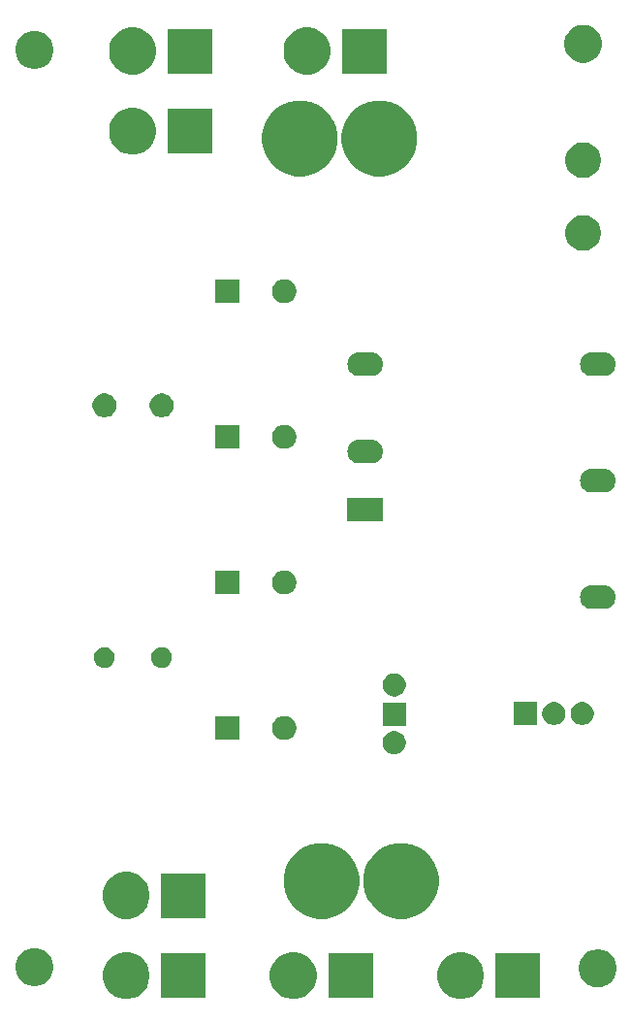
<source format=gbr>
G04 #@! TF.GenerationSoftware,KiCad,Pcbnew,(5.1.0-0)*
G04 #@! TF.CreationDate,2019-04-24T02:20:35-07:00*
G04 #@! TF.ProjectId,power board,706f7765-7220-4626-9f61-72642e6b6963,rev?*
G04 #@! TF.SameCoordinates,Original*
G04 #@! TF.FileFunction,Soldermask,Bot*
G04 #@! TF.FilePolarity,Negative*
%FSLAX46Y46*%
G04 Gerber Fmt 4.6, Leading zero omitted, Abs format (unit mm)*
G04 Created by KiCad (PCBNEW (5.1.0-0)) date 2019-04-24 02:20:35*
%MOMM*%
%LPD*%
G04 APERTURE LIST*
%ADD10C,0.100000*%
G04 APERTURE END LIST*
D10*
G36*
X64813254Y-116772818D02*
G01*
X65186511Y-116927426D01*
X65186513Y-116927427D01*
X65381254Y-117057549D01*
X65522436Y-117151884D01*
X65808116Y-117437564D01*
X66032574Y-117773489D01*
X66187182Y-118146746D01*
X66266000Y-118542993D01*
X66266000Y-118947007D01*
X66187182Y-119343254D01*
X66032574Y-119716511D01*
X66032573Y-119716513D01*
X65808116Y-120052436D01*
X65522436Y-120338116D01*
X65186513Y-120562573D01*
X65186512Y-120562574D01*
X65186511Y-120562574D01*
X64813254Y-120717182D01*
X64417007Y-120796000D01*
X64012993Y-120796000D01*
X63616746Y-120717182D01*
X63243489Y-120562574D01*
X63243488Y-120562574D01*
X63243487Y-120562573D01*
X62907564Y-120338116D01*
X62621884Y-120052436D01*
X62397427Y-119716513D01*
X62397426Y-119716511D01*
X62242818Y-119343254D01*
X62164000Y-118947007D01*
X62164000Y-118542993D01*
X62242818Y-118146746D01*
X62397426Y-117773489D01*
X62621884Y-117437564D01*
X62907564Y-117151884D01*
X63048746Y-117057549D01*
X63243487Y-116927427D01*
X63243489Y-116927426D01*
X63616746Y-116772818D01*
X64012993Y-116694000D01*
X64417007Y-116694000D01*
X64813254Y-116772818D01*
X64813254Y-116772818D01*
G37*
G36*
X50208254Y-116772818D02*
G01*
X50581511Y-116927426D01*
X50581513Y-116927427D01*
X50776254Y-117057549D01*
X50917436Y-117151884D01*
X51203116Y-117437564D01*
X51427574Y-117773489D01*
X51582182Y-118146746D01*
X51661000Y-118542993D01*
X51661000Y-118947007D01*
X51582182Y-119343254D01*
X51427574Y-119716511D01*
X51427573Y-119716513D01*
X51203116Y-120052436D01*
X50917436Y-120338116D01*
X50581513Y-120562573D01*
X50581512Y-120562574D01*
X50581511Y-120562574D01*
X50208254Y-120717182D01*
X49812007Y-120796000D01*
X49407993Y-120796000D01*
X49011746Y-120717182D01*
X48638489Y-120562574D01*
X48638488Y-120562574D01*
X48638487Y-120562573D01*
X48302564Y-120338116D01*
X48016884Y-120052436D01*
X47792427Y-119716513D01*
X47792426Y-119716511D01*
X47637818Y-119343254D01*
X47559000Y-118947007D01*
X47559000Y-118542993D01*
X47637818Y-118146746D01*
X47792426Y-117773489D01*
X48016884Y-117437564D01*
X48302564Y-117151884D01*
X48443746Y-117057549D01*
X48638487Y-116927427D01*
X48638489Y-116927426D01*
X49011746Y-116772818D01*
X49407993Y-116694000D01*
X49812007Y-116694000D01*
X50208254Y-116772818D01*
X50208254Y-116772818D01*
G37*
G36*
X35603254Y-116772818D02*
G01*
X35976511Y-116927426D01*
X35976513Y-116927427D01*
X36171254Y-117057549D01*
X36312436Y-117151884D01*
X36598116Y-117437564D01*
X36822574Y-117773489D01*
X36977182Y-118146746D01*
X37056000Y-118542993D01*
X37056000Y-118947007D01*
X36977182Y-119343254D01*
X36822574Y-119716511D01*
X36822573Y-119716513D01*
X36598116Y-120052436D01*
X36312436Y-120338116D01*
X35976513Y-120562573D01*
X35976512Y-120562574D01*
X35976511Y-120562574D01*
X35603254Y-120717182D01*
X35207007Y-120796000D01*
X34802993Y-120796000D01*
X34406746Y-120717182D01*
X34033489Y-120562574D01*
X34033488Y-120562574D01*
X34033487Y-120562573D01*
X33697564Y-120338116D01*
X33411884Y-120052436D01*
X33187427Y-119716513D01*
X33187426Y-119716511D01*
X33032818Y-119343254D01*
X32954000Y-118947007D01*
X32954000Y-118542993D01*
X33032818Y-118146746D01*
X33187426Y-117773489D01*
X33411884Y-117437564D01*
X33697564Y-117151884D01*
X33838746Y-117057549D01*
X34033487Y-116927427D01*
X34033489Y-116927426D01*
X34406746Y-116772818D01*
X34802993Y-116694000D01*
X35207007Y-116694000D01*
X35603254Y-116772818D01*
X35603254Y-116772818D01*
G37*
G36*
X71166000Y-120696000D02*
G01*
X67264000Y-120696000D01*
X67264000Y-116794000D01*
X71166000Y-116794000D01*
X71166000Y-120696000D01*
X71166000Y-120696000D01*
G37*
G36*
X56561000Y-120696000D02*
G01*
X52659000Y-120696000D01*
X52659000Y-116794000D01*
X56561000Y-116794000D01*
X56561000Y-120696000D01*
X56561000Y-120696000D01*
G37*
G36*
X41956000Y-120696000D02*
G01*
X38054000Y-120696000D01*
X38054000Y-116794000D01*
X41956000Y-116794000D01*
X41956000Y-120696000D01*
X41956000Y-120696000D01*
G37*
G36*
X76575256Y-116501298D02*
G01*
X76681579Y-116522447D01*
X76982042Y-116646903D01*
X77252451Y-116827585D01*
X77482415Y-117057549D01*
X77663097Y-117327958D01*
X77787553Y-117628421D01*
X77851000Y-117947391D01*
X77851000Y-118272609D01*
X77787553Y-118591579D01*
X77663097Y-118892042D01*
X77482415Y-119162451D01*
X77252451Y-119392415D01*
X76982042Y-119573097D01*
X76681579Y-119697553D01*
X76575256Y-119718702D01*
X76362611Y-119761000D01*
X76037389Y-119761000D01*
X75824744Y-119718702D01*
X75718421Y-119697553D01*
X75417958Y-119573097D01*
X75147549Y-119392415D01*
X74917585Y-119162451D01*
X74736903Y-118892042D01*
X74612447Y-118591579D01*
X74549000Y-118272609D01*
X74549000Y-117947391D01*
X74612447Y-117628421D01*
X74736903Y-117327958D01*
X74917585Y-117057549D01*
X75147549Y-116827585D01*
X75417958Y-116646903D01*
X75718421Y-116522447D01*
X75824744Y-116501298D01*
X76037389Y-116459000D01*
X76362611Y-116459000D01*
X76575256Y-116501298D01*
X76575256Y-116501298D01*
G37*
G36*
X27375256Y-116391298D02*
G01*
X27481579Y-116412447D01*
X27782042Y-116536903D01*
X28052451Y-116717585D01*
X28282415Y-116947549D01*
X28463097Y-117217958D01*
X28587553Y-117518421D01*
X28651000Y-117837391D01*
X28651000Y-118162609D01*
X28587553Y-118481579D01*
X28463097Y-118782042D01*
X28282415Y-119052451D01*
X28052451Y-119282415D01*
X27782042Y-119463097D01*
X27481579Y-119587553D01*
X27375256Y-119608702D01*
X27162611Y-119651000D01*
X26837389Y-119651000D01*
X26624744Y-119608702D01*
X26518421Y-119587553D01*
X26217958Y-119463097D01*
X25947549Y-119282415D01*
X25717585Y-119052451D01*
X25536903Y-118782042D01*
X25412447Y-118481579D01*
X25349000Y-118162609D01*
X25349000Y-117837391D01*
X25412447Y-117518421D01*
X25536903Y-117217958D01*
X25717585Y-116947549D01*
X25947549Y-116717585D01*
X26217958Y-116536903D01*
X26518421Y-116412447D01*
X26624744Y-116391298D01*
X26837389Y-116349000D01*
X27162611Y-116349000D01*
X27375256Y-116391298D01*
X27375256Y-116391298D01*
G37*
G36*
X35603254Y-109787818D02*
G01*
X35976511Y-109942426D01*
X35976513Y-109942427D01*
X36309435Y-110164879D01*
X36312436Y-110166884D01*
X36598116Y-110452564D01*
X36822574Y-110788489D01*
X36977182Y-111161746D01*
X37056000Y-111557993D01*
X37056000Y-111962007D01*
X36977182Y-112358254D01*
X36879423Y-112594265D01*
X36822573Y-112731513D01*
X36598116Y-113067436D01*
X36312436Y-113353116D01*
X35976513Y-113577573D01*
X35976512Y-113577574D01*
X35976511Y-113577574D01*
X35603254Y-113732182D01*
X35207007Y-113811000D01*
X34802993Y-113811000D01*
X34406746Y-113732182D01*
X34033489Y-113577574D01*
X34033488Y-113577574D01*
X34033487Y-113577573D01*
X33697564Y-113353116D01*
X33411884Y-113067436D01*
X33187427Y-112731513D01*
X33130577Y-112594265D01*
X33032818Y-112358254D01*
X32954000Y-111962007D01*
X32954000Y-111557993D01*
X33032818Y-111161746D01*
X33187426Y-110788489D01*
X33411884Y-110452564D01*
X33697564Y-110166884D01*
X33700565Y-110164879D01*
X34033487Y-109942427D01*
X34033489Y-109942426D01*
X34406746Y-109787818D01*
X34802993Y-109709000D01*
X35207007Y-109709000D01*
X35603254Y-109787818D01*
X35603254Y-109787818D01*
G37*
G36*
X59982865Y-107315855D02*
G01*
X60583608Y-107564691D01*
X60583610Y-107564692D01*
X61124265Y-107925946D01*
X61584054Y-108385735D01*
X61945308Y-108926390D01*
X61945309Y-108926392D01*
X62194145Y-109527135D01*
X62321000Y-110164879D01*
X62321000Y-110815121D01*
X62194145Y-111452865D01*
X62150599Y-111557994D01*
X61945308Y-112053610D01*
X61584054Y-112594265D01*
X61124265Y-113054054D01*
X60583610Y-113415308D01*
X60583609Y-113415309D01*
X60583608Y-113415309D01*
X59982865Y-113664145D01*
X59345121Y-113791000D01*
X58694879Y-113791000D01*
X58057135Y-113664145D01*
X57456392Y-113415309D01*
X57456391Y-113415309D01*
X57456390Y-113415308D01*
X56915735Y-113054054D01*
X56455946Y-112594265D01*
X56094692Y-112053610D01*
X55889401Y-111557994D01*
X55845855Y-111452865D01*
X55719000Y-110815121D01*
X55719000Y-110164879D01*
X55845855Y-109527135D01*
X56094691Y-108926392D01*
X56094692Y-108926390D01*
X56455946Y-108385735D01*
X56915735Y-107925946D01*
X57456390Y-107564692D01*
X57456392Y-107564691D01*
X58057135Y-107315855D01*
X58694879Y-107189000D01*
X59345121Y-107189000D01*
X59982865Y-107315855D01*
X59982865Y-107315855D01*
G37*
G36*
X53032865Y-107315855D02*
G01*
X53633608Y-107564691D01*
X53633610Y-107564692D01*
X54174265Y-107925946D01*
X54634054Y-108385735D01*
X54995308Y-108926390D01*
X54995309Y-108926392D01*
X55244145Y-109527135D01*
X55371000Y-110164879D01*
X55371000Y-110815121D01*
X55244145Y-111452865D01*
X55200599Y-111557994D01*
X54995308Y-112053610D01*
X54634054Y-112594265D01*
X54174265Y-113054054D01*
X53633610Y-113415308D01*
X53633609Y-113415309D01*
X53633608Y-113415309D01*
X53032865Y-113664145D01*
X52395121Y-113791000D01*
X51744879Y-113791000D01*
X51107135Y-113664145D01*
X50506392Y-113415309D01*
X50506391Y-113415309D01*
X50506390Y-113415308D01*
X49965735Y-113054054D01*
X49505946Y-112594265D01*
X49144692Y-112053610D01*
X48939401Y-111557994D01*
X48895855Y-111452865D01*
X48769000Y-110815121D01*
X48769000Y-110164879D01*
X48895855Y-109527135D01*
X49144691Y-108926392D01*
X49144692Y-108926390D01*
X49505946Y-108385735D01*
X49965735Y-107925946D01*
X50506390Y-107564692D01*
X50506392Y-107564691D01*
X51107135Y-107315855D01*
X51744879Y-107189000D01*
X52395121Y-107189000D01*
X53032865Y-107315855D01*
X53032865Y-107315855D01*
G37*
G36*
X41956000Y-113711000D02*
G01*
X38054000Y-113711000D01*
X38054000Y-109809000D01*
X41956000Y-109809000D01*
X41956000Y-113711000D01*
X41956000Y-113711000D01*
G37*
G36*
X58648653Y-97444773D02*
G01*
X58713439Y-97457660D01*
X58896520Y-97533494D01*
X59061288Y-97643588D01*
X59201412Y-97783712D01*
X59311506Y-97948480D01*
X59387340Y-98131561D01*
X59426000Y-98325918D01*
X59426000Y-98524082D01*
X59387340Y-98718439D01*
X59311506Y-98901520D01*
X59201412Y-99066288D01*
X59061288Y-99206412D01*
X58896520Y-99316506D01*
X58713439Y-99392340D01*
X58648653Y-99405227D01*
X58519084Y-99431000D01*
X58320916Y-99431000D01*
X58191347Y-99405227D01*
X58126561Y-99392340D01*
X57943480Y-99316506D01*
X57778712Y-99206412D01*
X57638588Y-99066288D01*
X57528494Y-98901520D01*
X57452660Y-98718439D01*
X57414000Y-98524082D01*
X57414000Y-98325918D01*
X57452660Y-98131561D01*
X57528494Y-97948480D01*
X57638588Y-97783712D01*
X57778712Y-97643588D01*
X57943480Y-97533494D01*
X58126561Y-97457660D01*
X58191347Y-97444773D01*
X58320916Y-97419000D01*
X58519084Y-97419000D01*
X58648653Y-97444773D01*
X58648653Y-97444773D01*
G37*
G36*
X44866000Y-98206000D02*
G01*
X42764000Y-98206000D01*
X42764000Y-96104000D01*
X44866000Y-96104000D01*
X44866000Y-98206000D01*
X44866000Y-98206000D01*
G37*
G36*
X49121564Y-96144389D02*
G01*
X49312833Y-96223615D01*
X49312835Y-96223616D01*
X49484973Y-96338635D01*
X49631365Y-96485027D01*
X49746385Y-96657167D01*
X49825611Y-96848436D01*
X49866000Y-97051484D01*
X49866000Y-97258516D01*
X49825611Y-97461564D01*
X49750214Y-97643588D01*
X49746384Y-97652835D01*
X49631365Y-97824973D01*
X49484973Y-97971365D01*
X49312835Y-98086384D01*
X49312834Y-98086385D01*
X49312833Y-98086385D01*
X49121564Y-98165611D01*
X48918516Y-98206000D01*
X48711484Y-98206000D01*
X48508436Y-98165611D01*
X48317167Y-98086385D01*
X48317166Y-98086385D01*
X48317165Y-98086384D01*
X48145027Y-97971365D01*
X47998635Y-97824973D01*
X47883616Y-97652835D01*
X47879786Y-97643588D01*
X47804389Y-97461564D01*
X47764000Y-97258516D01*
X47764000Y-97051484D01*
X47804389Y-96848436D01*
X47883615Y-96657167D01*
X47998635Y-96485027D01*
X48145027Y-96338635D01*
X48317165Y-96223616D01*
X48317167Y-96223615D01*
X48508436Y-96144389D01*
X48711484Y-96104000D01*
X48918516Y-96104000D01*
X49121564Y-96144389D01*
X49121564Y-96144389D01*
G37*
G36*
X59451400Y-96941800D02*
G01*
X57439400Y-96941800D01*
X57439400Y-94929800D01*
X59451400Y-94929800D01*
X59451400Y-96941800D01*
X59451400Y-96941800D01*
G37*
G36*
X75045285Y-94903234D02*
G01*
X75141981Y-94922468D01*
X75324151Y-94997926D01*
X75488100Y-95107473D01*
X75627527Y-95246900D01*
X75737074Y-95410849D01*
X75812532Y-95593019D01*
X75851000Y-95786410D01*
X75851000Y-95983590D01*
X75812532Y-96176981D01*
X75737074Y-96359151D01*
X75627527Y-96523100D01*
X75488100Y-96662527D01*
X75324151Y-96772074D01*
X75141981Y-96847532D01*
X74948591Y-96886000D01*
X74751409Y-96886000D01*
X74558019Y-96847532D01*
X74375849Y-96772074D01*
X74211900Y-96662527D01*
X74072473Y-96523100D01*
X73962926Y-96359151D01*
X73887468Y-96176981D01*
X73849000Y-95983590D01*
X73849000Y-95786410D01*
X73887468Y-95593019D01*
X73962926Y-95410849D01*
X74072473Y-95246900D01*
X74211900Y-95107473D01*
X74375849Y-94997926D01*
X74558019Y-94922468D01*
X74654715Y-94903234D01*
X74751409Y-94884000D01*
X74948591Y-94884000D01*
X75045285Y-94903234D01*
X75045285Y-94903234D01*
G37*
G36*
X72545285Y-94903234D02*
G01*
X72641981Y-94922468D01*
X72824151Y-94997926D01*
X72988100Y-95107473D01*
X73127527Y-95246900D01*
X73237074Y-95410849D01*
X73312532Y-95593019D01*
X73351000Y-95786410D01*
X73351000Y-95983590D01*
X73312532Y-96176981D01*
X73237074Y-96359151D01*
X73127527Y-96523100D01*
X72988100Y-96662527D01*
X72824151Y-96772074D01*
X72641981Y-96847532D01*
X72448591Y-96886000D01*
X72251409Y-96886000D01*
X72058019Y-96847532D01*
X71875849Y-96772074D01*
X71711900Y-96662527D01*
X71572473Y-96523100D01*
X71462926Y-96359151D01*
X71387468Y-96176981D01*
X71349000Y-95983590D01*
X71349000Y-95786410D01*
X71387468Y-95593019D01*
X71462926Y-95410849D01*
X71572473Y-95246900D01*
X71711900Y-95107473D01*
X71875849Y-94997926D01*
X72058019Y-94922468D01*
X72154715Y-94903234D01*
X72251409Y-94884000D01*
X72448591Y-94884000D01*
X72545285Y-94903234D01*
X72545285Y-94903234D01*
G37*
G36*
X70851000Y-96886000D02*
G01*
X68849000Y-96886000D01*
X68849000Y-94884000D01*
X70851000Y-94884000D01*
X70851000Y-96886000D01*
X70851000Y-96886000D01*
G37*
G36*
X58648653Y-92415573D02*
G01*
X58713439Y-92428460D01*
X58896520Y-92504294D01*
X59061288Y-92614388D01*
X59201412Y-92754512D01*
X59311506Y-92919280D01*
X59387340Y-93102361D01*
X59426000Y-93296718D01*
X59426000Y-93494882D01*
X59387340Y-93689239D01*
X59311506Y-93872320D01*
X59201412Y-94037088D01*
X59061288Y-94177212D01*
X58896520Y-94287306D01*
X58713439Y-94363140D01*
X58648653Y-94376027D01*
X58519084Y-94401800D01*
X58320916Y-94401800D01*
X58191347Y-94376027D01*
X58126561Y-94363140D01*
X57943480Y-94287306D01*
X57778712Y-94177212D01*
X57638588Y-94037088D01*
X57528494Y-93872320D01*
X57452660Y-93689239D01*
X57414000Y-93494882D01*
X57414000Y-93296718D01*
X57452660Y-93102361D01*
X57528494Y-92919280D01*
X57638588Y-92754512D01*
X57778712Y-92614388D01*
X57943480Y-92504294D01*
X58126561Y-92428460D01*
X58191347Y-92415573D01*
X58320916Y-92389800D01*
X58519084Y-92389800D01*
X58648653Y-92415573D01*
X58648653Y-92415573D01*
G37*
G36*
X38213512Y-90103927D02*
G01*
X38362812Y-90133624D01*
X38526784Y-90201544D01*
X38674354Y-90300147D01*
X38799853Y-90425646D01*
X38898456Y-90573216D01*
X38966376Y-90737188D01*
X39001000Y-90911259D01*
X39001000Y-91088741D01*
X38966376Y-91262812D01*
X38898456Y-91426784D01*
X38799853Y-91574354D01*
X38674354Y-91699853D01*
X38526784Y-91798456D01*
X38362812Y-91866376D01*
X38213512Y-91896073D01*
X38188742Y-91901000D01*
X38011258Y-91901000D01*
X37986488Y-91896073D01*
X37837188Y-91866376D01*
X37673216Y-91798456D01*
X37525646Y-91699853D01*
X37400147Y-91574354D01*
X37301544Y-91426784D01*
X37233624Y-91262812D01*
X37199000Y-91088741D01*
X37199000Y-90911259D01*
X37233624Y-90737188D01*
X37301544Y-90573216D01*
X37400147Y-90425646D01*
X37525646Y-90300147D01*
X37673216Y-90201544D01*
X37837188Y-90133624D01*
X37986488Y-90103927D01*
X38011258Y-90099000D01*
X38188742Y-90099000D01*
X38213512Y-90103927D01*
X38213512Y-90103927D01*
G37*
G36*
X33213512Y-90103927D02*
G01*
X33362812Y-90133624D01*
X33526784Y-90201544D01*
X33674354Y-90300147D01*
X33799853Y-90425646D01*
X33898456Y-90573216D01*
X33966376Y-90737188D01*
X34001000Y-90911259D01*
X34001000Y-91088741D01*
X33966376Y-91262812D01*
X33898456Y-91426784D01*
X33799853Y-91574354D01*
X33674354Y-91699853D01*
X33526784Y-91798456D01*
X33362812Y-91866376D01*
X33213512Y-91896073D01*
X33188742Y-91901000D01*
X33011258Y-91901000D01*
X32986488Y-91896073D01*
X32837188Y-91866376D01*
X32673216Y-91798456D01*
X32525646Y-91699853D01*
X32400147Y-91574354D01*
X32301544Y-91426784D01*
X32233624Y-91262812D01*
X32199000Y-91088741D01*
X32199000Y-90911259D01*
X32233624Y-90737188D01*
X32301544Y-90573216D01*
X32400147Y-90425646D01*
X32525646Y-90300147D01*
X32673216Y-90201544D01*
X32837188Y-90133624D01*
X32986488Y-90103927D01*
X33011258Y-90099000D01*
X33188742Y-90099000D01*
X33213512Y-90103927D01*
X33213512Y-90103927D01*
G37*
G36*
X76803097Y-84679069D02*
G01*
X76906032Y-84689207D01*
X77104146Y-84749305D01*
X77104149Y-84749306D01*
X77200975Y-84801061D01*
X77286729Y-84846897D01*
X77446765Y-84978235D01*
X77578103Y-85138271D01*
X77623939Y-85224025D01*
X77675694Y-85320851D01*
X77675695Y-85320854D01*
X77735793Y-85518968D01*
X77756085Y-85725000D01*
X77735793Y-85931032D01*
X77675695Y-86129146D01*
X77675694Y-86129149D01*
X77623939Y-86225975D01*
X77578103Y-86311729D01*
X77446765Y-86471765D01*
X77286729Y-86603103D01*
X77200975Y-86648939D01*
X77104149Y-86700694D01*
X77104146Y-86700695D01*
X76906032Y-86760793D01*
X76803097Y-86770931D01*
X76751631Y-86776000D01*
X75648369Y-86776000D01*
X75596903Y-86770931D01*
X75493968Y-86760793D01*
X75295854Y-86700695D01*
X75295851Y-86700694D01*
X75199025Y-86648939D01*
X75113271Y-86603103D01*
X74953235Y-86471765D01*
X74821897Y-86311729D01*
X74776061Y-86225975D01*
X74724306Y-86129149D01*
X74724305Y-86129146D01*
X74664207Y-85931032D01*
X74643915Y-85725000D01*
X74664207Y-85518968D01*
X74724305Y-85320854D01*
X74724306Y-85320851D01*
X74776061Y-85224025D01*
X74821897Y-85138271D01*
X74953235Y-84978235D01*
X75113271Y-84846897D01*
X75199025Y-84801061D01*
X75295851Y-84749306D01*
X75295854Y-84749305D01*
X75493968Y-84689207D01*
X75596903Y-84679069D01*
X75648369Y-84674000D01*
X76751631Y-84674000D01*
X76803097Y-84679069D01*
X76803097Y-84679069D01*
G37*
G36*
X44866000Y-85506000D02*
G01*
X42764000Y-85506000D01*
X42764000Y-83404000D01*
X44866000Y-83404000D01*
X44866000Y-85506000D01*
X44866000Y-85506000D01*
G37*
G36*
X49121564Y-83444389D02*
G01*
X49312833Y-83523615D01*
X49312835Y-83523616D01*
X49484973Y-83638635D01*
X49631365Y-83785027D01*
X49746385Y-83957167D01*
X49825611Y-84148436D01*
X49866000Y-84351484D01*
X49866000Y-84558516D01*
X49825611Y-84761564D01*
X49790265Y-84846897D01*
X49746384Y-84952835D01*
X49631365Y-85124973D01*
X49484973Y-85271365D01*
X49312835Y-85386384D01*
X49312834Y-85386385D01*
X49312833Y-85386385D01*
X49121564Y-85465611D01*
X48918516Y-85506000D01*
X48711484Y-85506000D01*
X48508436Y-85465611D01*
X48317167Y-85386385D01*
X48317166Y-85386385D01*
X48317165Y-85386384D01*
X48145027Y-85271365D01*
X47998635Y-85124973D01*
X47883616Y-84952835D01*
X47839735Y-84846897D01*
X47804389Y-84761564D01*
X47764000Y-84558516D01*
X47764000Y-84351484D01*
X47804389Y-84148436D01*
X47883615Y-83957167D01*
X47998635Y-83785027D01*
X48145027Y-83638635D01*
X48317165Y-83523616D01*
X48317167Y-83523615D01*
X48508436Y-83444389D01*
X48711484Y-83404000D01*
X48918516Y-83404000D01*
X49121564Y-83444389D01*
X49121564Y-83444389D01*
G37*
G36*
X57431000Y-79156000D02*
G01*
X54329000Y-79156000D01*
X54329000Y-77054000D01*
X57431000Y-77054000D01*
X57431000Y-79156000D01*
X57431000Y-79156000D01*
G37*
G36*
X76803097Y-74519069D02*
G01*
X76906032Y-74529207D01*
X77104146Y-74589305D01*
X77104149Y-74589306D01*
X77200975Y-74641061D01*
X77286729Y-74686897D01*
X77446765Y-74818235D01*
X77578103Y-74978271D01*
X77623939Y-75064025D01*
X77675694Y-75160851D01*
X77675695Y-75160854D01*
X77735793Y-75358968D01*
X77756085Y-75565000D01*
X77735793Y-75771032D01*
X77675695Y-75969146D01*
X77675694Y-75969149D01*
X77623939Y-76065975D01*
X77578103Y-76151729D01*
X77446765Y-76311765D01*
X77286729Y-76443103D01*
X77200975Y-76488939D01*
X77104149Y-76540694D01*
X77104146Y-76540695D01*
X76906032Y-76600793D01*
X76803097Y-76610931D01*
X76751631Y-76616000D01*
X75648369Y-76616000D01*
X75596903Y-76610931D01*
X75493968Y-76600793D01*
X75295854Y-76540695D01*
X75295851Y-76540694D01*
X75199025Y-76488939D01*
X75113271Y-76443103D01*
X74953235Y-76311765D01*
X74821897Y-76151729D01*
X74776061Y-76065975D01*
X74724306Y-75969149D01*
X74724305Y-75969146D01*
X74664207Y-75771032D01*
X74643915Y-75565000D01*
X74664207Y-75358968D01*
X74724305Y-75160854D01*
X74724306Y-75160851D01*
X74776061Y-75064025D01*
X74821897Y-74978271D01*
X74953235Y-74818235D01*
X75113271Y-74686897D01*
X75199025Y-74641061D01*
X75295851Y-74589306D01*
X75295854Y-74589305D01*
X75493968Y-74529207D01*
X75596903Y-74519069D01*
X75648369Y-74514000D01*
X76751631Y-74514000D01*
X76803097Y-74519069D01*
X76803097Y-74519069D01*
G37*
G36*
X56483097Y-71979069D02*
G01*
X56586032Y-71989207D01*
X56784146Y-72049305D01*
X56784149Y-72049306D01*
X56880975Y-72101061D01*
X56966729Y-72146897D01*
X57126765Y-72278235D01*
X57258103Y-72438271D01*
X57303939Y-72524025D01*
X57355694Y-72620851D01*
X57355695Y-72620854D01*
X57415793Y-72818968D01*
X57436085Y-73025000D01*
X57415793Y-73231032D01*
X57355695Y-73429146D01*
X57355694Y-73429149D01*
X57303939Y-73525975D01*
X57258103Y-73611729D01*
X57126765Y-73771765D01*
X56966729Y-73903103D01*
X56880975Y-73948939D01*
X56784149Y-74000694D01*
X56784146Y-74000695D01*
X56586032Y-74060793D01*
X56483097Y-74070931D01*
X56431631Y-74076000D01*
X55328369Y-74076000D01*
X55276903Y-74070931D01*
X55173968Y-74060793D01*
X54975854Y-74000695D01*
X54975851Y-74000694D01*
X54879025Y-73948939D01*
X54793271Y-73903103D01*
X54633235Y-73771765D01*
X54501897Y-73611729D01*
X54456061Y-73525975D01*
X54404306Y-73429149D01*
X54404305Y-73429146D01*
X54344207Y-73231032D01*
X54323915Y-73025000D01*
X54344207Y-72818968D01*
X54404305Y-72620854D01*
X54404306Y-72620851D01*
X54456061Y-72524025D01*
X54501897Y-72438271D01*
X54633235Y-72278235D01*
X54793271Y-72146897D01*
X54879025Y-72101061D01*
X54975851Y-72049306D01*
X54975854Y-72049305D01*
X55173968Y-71989207D01*
X55276903Y-71979069D01*
X55328369Y-71974000D01*
X56431631Y-71974000D01*
X56483097Y-71979069D01*
X56483097Y-71979069D01*
G37*
G36*
X44866000Y-72806000D02*
G01*
X42764000Y-72806000D01*
X42764000Y-70704000D01*
X44866000Y-70704000D01*
X44866000Y-72806000D01*
X44866000Y-72806000D01*
G37*
G36*
X49121564Y-70744389D02*
G01*
X49312833Y-70823615D01*
X49312835Y-70823616D01*
X49484973Y-70938635D01*
X49631365Y-71085027D01*
X49746385Y-71257167D01*
X49825611Y-71448436D01*
X49866000Y-71651484D01*
X49866000Y-71858516D01*
X49825611Y-72061564D01*
X49790265Y-72146897D01*
X49746384Y-72252835D01*
X49631365Y-72424973D01*
X49484973Y-72571365D01*
X49312835Y-72686384D01*
X49312834Y-72686385D01*
X49312833Y-72686385D01*
X49121564Y-72765611D01*
X48918516Y-72806000D01*
X48711484Y-72806000D01*
X48508436Y-72765611D01*
X48317167Y-72686385D01*
X48317166Y-72686385D01*
X48317165Y-72686384D01*
X48145027Y-72571365D01*
X47998635Y-72424973D01*
X47883616Y-72252835D01*
X47839735Y-72146897D01*
X47804389Y-72061564D01*
X47764000Y-71858516D01*
X47764000Y-71651484D01*
X47804389Y-71448436D01*
X47883615Y-71257167D01*
X47998635Y-71085027D01*
X48145027Y-70938635D01*
X48317165Y-70823616D01*
X48317167Y-70823615D01*
X48508436Y-70744389D01*
X48711484Y-70704000D01*
X48918516Y-70704000D01*
X49121564Y-70744389D01*
X49121564Y-70744389D01*
G37*
G36*
X33406564Y-67989389D02*
G01*
X33597833Y-68068615D01*
X33597835Y-68068616D01*
X33769973Y-68183635D01*
X33916365Y-68330027D01*
X34031385Y-68502167D01*
X34110611Y-68693436D01*
X34151000Y-68896484D01*
X34151000Y-69103516D01*
X34110611Y-69306564D01*
X34031385Y-69497833D01*
X34031384Y-69497835D01*
X33916365Y-69669973D01*
X33769973Y-69816365D01*
X33597835Y-69931384D01*
X33597834Y-69931385D01*
X33597833Y-69931385D01*
X33406564Y-70010611D01*
X33203516Y-70051000D01*
X32996484Y-70051000D01*
X32793436Y-70010611D01*
X32602167Y-69931385D01*
X32602166Y-69931385D01*
X32602165Y-69931384D01*
X32430027Y-69816365D01*
X32283635Y-69669973D01*
X32168616Y-69497835D01*
X32168615Y-69497833D01*
X32089389Y-69306564D01*
X32049000Y-69103516D01*
X32049000Y-68896484D01*
X32089389Y-68693436D01*
X32168615Y-68502167D01*
X32283635Y-68330027D01*
X32430027Y-68183635D01*
X32602165Y-68068616D01*
X32602167Y-68068615D01*
X32793436Y-67989389D01*
X32996484Y-67949000D01*
X33203516Y-67949000D01*
X33406564Y-67989389D01*
X33406564Y-67989389D01*
G37*
G36*
X38406564Y-67989389D02*
G01*
X38597833Y-68068615D01*
X38597835Y-68068616D01*
X38769973Y-68183635D01*
X38916365Y-68330027D01*
X39031385Y-68502167D01*
X39110611Y-68693436D01*
X39151000Y-68896484D01*
X39151000Y-69103516D01*
X39110611Y-69306564D01*
X39031385Y-69497833D01*
X39031384Y-69497835D01*
X38916365Y-69669973D01*
X38769973Y-69816365D01*
X38597835Y-69931384D01*
X38597834Y-69931385D01*
X38597833Y-69931385D01*
X38406564Y-70010611D01*
X38203516Y-70051000D01*
X37996484Y-70051000D01*
X37793436Y-70010611D01*
X37602167Y-69931385D01*
X37602166Y-69931385D01*
X37602165Y-69931384D01*
X37430027Y-69816365D01*
X37283635Y-69669973D01*
X37168616Y-69497835D01*
X37168615Y-69497833D01*
X37089389Y-69306564D01*
X37049000Y-69103516D01*
X37049000Y-68896484D01*
X37089389Y-68693436D01*
X37168615Y-68502167D01*
X37283635Y-68330027D01*
X37430027Y-68183635D01*
X37602165Y-68068616D01*
X37602167Y-68068615D01*
X37793436Y-67989389D01*
X37996484Y-67949000D01*
X38203516Y-67949000D01*
X38406564Y-67989389D01*
X38406564Y-67989389D01*
G37*
G36*
X56483097Y-64359069D02*
G01*
X56586032Y-64369207D01*
X56784146Y-64429305D01*
X56784149Y-64429306D01*
X56880975Y-64481061D01*
X56966729Y-64526897D01*
X57126765Y-64658235D01*
X57258103Y-64818271D01*
X57303939Y-64904025D01*
X57355694Y-65000851D01*
X57355695Y-65000854D01*
X57415793Y-65198968D01*
X57436085Y-65405000D01*
X57415793Y-65611032D01*
X57355695Y-65809146D01*
X57355694Y-65809149D01*
X57303939Y-65905975D01*
X57258103Y-65991729D01*
X57126765Y-66151765D01*
X56966729Y-66283103D01*
X56880975Y-66328939D01*
X56784149Y-66380694D01*
X56784146Y-66380695D01*
X56586032Y-66440793D01*
X56483097Y-66450931D01*
X56431631Y-66456000D01*
X55328369Y-66456000D01*
X55276903Y-66450931D01*
X55173968Y-66440793D01*
X54975854Y-66380695D01*
X54975851Y-66380694D01*
X54879025Y-66328939D01*
X54793271Y-66283103D01*
X54633235Y-66151765D01*
X54501897Y-65991729D01*
X54456061Y-65905975D01*
X54404306Y-65809149D01*
X54404305Y-65809146D01*
X54344207Y-65611032D01*
X54323915Y-65405000D01*
X54344207Y-65198968D01*
X54404305Y-65000854D01*
X54404306Y-65000851D01*
X54456061Y-64904025D01*
X54501897Y-64818271D01*
X54633235Y-64658235D01*
X54793271Y-64526897D01*
X54879025Y-64481061D01*
X54975851Y-64429306D01*
X54975854Y-64429305D01*
X55173968Y-64369207D01*
X55276903Y-64359069D01*
X55328369Y-64354000D01*
X56431631Y-64354000D01*
X56483097Y-64359069D01*
X56483097Y-64359069D01*
G37*
G36*
X76803097Y-64359069D02*
G01*
X76906032Y-64369207D01*
X77104146Y-64429305D01*
X77104149Y-64429306D01*
X77200975Y-64481061D01*
X77286729Y-64526897D01*
X77446765Y-64658235D01*
X77578103Y-64818271D01*
X77623939Y-64904025D01*
X77675694Y-65000851D01*
X77675695Y-65000854D01*
X77735793Y-65198968D01*
X77756085Y-65405000D01*
X77735793Y-65611032D01*
X77675695Y-65809146D01*
X77675694Y-65809149D01*
X77623939Y-65905975D01*
X77578103Y-65991729D01*
X77446765Y-66151765D01*
X77286729Y-66283103D01*
X77200975Y-66328939D01*
X77104149Y-66380694D01*
X77104146Y-66380695D01*
X76906032Y-66440793D01*
X76803097Y-66450931D01*
X76751631Y-66456000D01*
X75648369Y-66456000D01*
X75596903Y-66450931D01*
X75493968Y-66440793D01*
X75295854Y-66380695D01*
X75295851Y-66380694D01*
X75199025Y-66328939D01*
X75113271Y-66283103D01*
X74953235Y-66151765D01*
X74821897Y-65991729D01*
X74776061Y-65905975D01*
X74724306Y-65809149D01*
X74724305Y-65809146D01*
X74664207Y-65611032D01*
X74643915Y-65405000D01*
X74664207Y-65198968D01*
X74724305Y-65000854D01*
X74724306Y-65000851D01*
X74776061Y-64904025D01*
X74821897Y-64818271D01*
X74953235Y-64658235D01*
X75113271Y-64526897D01*
X75199025Y-64481061D01*
X75295851Y-64429306D01*
X75295854Y-64429305D01*
X75493968Y-64369207D01*
X75596903Y-64359069D01*
X75648369Y-64354000D01*
X76751631Y-64354000D01*
X76803097Y-64359069D01*
X76803097Y-64359069D01*
G37*
G36*
X44866000Y-60106000D02*
G01*
X42764000Y-60106000D01*
X42764000Y-58004000D01*
X44866000Y-58004000D01*
X44866000Y-60106000D01*
X44866000Y-60106000D01*
G37*
G36*
X49121564Y-58044389D02*
G01*
X49312833Y-58123615D01*
X49312835Y-58123616D01*
X49484973Y-58238635D01*
X49631365Y-58385027D01*
X49746385Y-58557167D01*
X49825611Y-58748436D01*
X49866000Y-58951484D01*
X49866000Y-59158516D01*
X49825611Y-59361564D01*
X49746385Y-59552833D01*
X49746384Y-59552835D01*
X49631365Y-59724973D01*
X49484973Y-59871365D01*
X49312835Y-59986384D01*
X49312834Y-59986385D01*
X49312833Y-59986385D01*
X49121564Y-60065611D01*
X48918516Y-60106000D01*
X48711484Y-60106000D01*
X48508436Y-60065611D01*
X48317167Y-59986385D01*
X48317166Y-59986385D01*
X48317165Y-59986384D01*
X48145027Y-59871365D01*
X47998635Y-59724973D01*
X47883616Y-59552835D01*
X47883615Y-59552833D01*
X47804389Y-59361564D01*
X47764000Y-59158516D01*
X47764000Y-58951484D01*
X47804389Y-58748436D01*
X47883615Y-58557167D01*
X47998635Y-58385027D01*
X48145027Y-58238635D01*
X48317165Y-58123616D01*
X48317167Y-58123615D01*
X48508436Y-58044389D01*
X48711484Y-58004000D01*
X48918516Y-58004000D01*
X49121564Y-58044389D01*
X49121564Y-58044389D01*
G37*
G36*
X75232585Y-52453802D02*
G01*
X75382410Y-52483604D01*
X75664674Y-52600521D01*
X75918705Y-52770259D01*
X76134741Y-52986295D01*
X76304479Y-53240326D01*
X76421396Y-53522590D01*
X76481000Y-53822240D01*
X76481000Y-54127760D01*
X76421396Y-54427410D01*
X76304479Y-54709674D01*
X76134741Y-54963705D01*
X75918705Y-55179741D01*
X75664674Y-55349479D01*
X75382410Y-55466396D01*
X75232585Y-55496198D01*
X75082761Y-55526000D01*
X74777239Y-55526000D01*
X74627415Y-55496198D01*
X74477590Y-55466396D01*
X74195326Y-55349479D01*
X73941295Y-55179741D01*
X73725259Y-54963705D01*
X73555521Y-54709674D01*
X73438604Y-54427410D01*
X73379000Y-54127760D01*
X73379000Y-53822240D01*
X73438604Y-53522590D01*
X73555521Y-53240326D01*
X73725259Y-52986295D01*
X73941295Y-52770259D01*
X74195326Y-52600521D01*
X74477590Y-52483604D01*
X74627415Y-52453802D01*
X74777239Y-52424000D01*
X75082761Y-52424000D01*
X75232585Y-52453802D01*
X75232585Y-52453802D01*
G37*
G36*
X75232585Y-46103802D02*
G01*
X75382410Y-46133604D01*
X75664674Y-46250521D01*
X75918705Y-46420259D01*
X76134741Y-46636295D01*
X76304479Y-46890326D01*
X76421396Y-47172590D01*
X76481000Y-47472240D01*
X76481000Y-47777760D01*
X76421396Y-48077410D01*
X76304479Y-48359674D01*
X76134741Y-48613705D01*
X75918705Y-48829741D01*
X75664674Y-48999479D01*
X75382410Y-49116396D01*
X75232585Y-49146198D01*
X75082761Y-49176000D01*
X74777239Y-49176000D01*
X74627415Y-49146198D01*
X74477590Y-49116396D01*
X74195326Y-48999479D01*
X73941295Y-48829741D01*
X73725259Y-48613705D01*
X73555521Y-48359674D01*
X73438604Y-48077410D01*
X73379000Y-47777760D01*
X73379000Y-47472240D01*
X73438604Y-47172590D01*
X73555521Y-46890326D01*
X73725259Y-46636295D01*
X73941295Y-46420259D01*
X74195326Y-46250521D01*
X74477590Y-46133604D01*
X74627415Y-46103802D01*
X74777239Y-46074000D01*
X75082761Y-46074000D01*
X75232585Y-46103802D01*
X75232585Y-46103802D01*
G37*
G36*
X51127865Y-42545855D02*
G01*
X51728608Y-42794691D01*
X51728610Y-42794692D01*
X52269265Y-43155946D01*
X52729054Y-43615735D01*
X53061641Y-44113487D01*
X53090309Y-44156392D01*
X53339145Y-44757135D01*
X53466000Y-45394879D01*
X53466000Y-46045121D01*
X53339145Y-46682865D01*
X53151450Y-47136000D01*
X53090308Y-47283610D01*
X52729054Y-47824265D01*
X52269265Y-48284054D01*
X51728610Y-48645308D01*
X51728609Y-48645309D01*
X51728608Y-48645309D01*
X51127865Y-48894145D01*
X50490121Y-49021000D01*
X49839879Y-49021000D01*
X49202135Y-48894145D01*
X48601392Y-48645309D01*
X48601391Y-48645309D01*
X48601390Y-48645308D01*
X48060735Y-48284054D01*
X47600946Y-47824265D01*
X47239692Y-47283610D01*
X47178550Y-47136000D01*
X46990855Y-46682865D01*
X46864000Y-46045121D01*
X46864000Y-45394879D01*
X46990855Y-44757135D01*
X47239691Y-44156392D01*
X47268359Y-44113487D01*
X47600946Y-43615735D01*
X48060735Y-43155946D01*
X48601390Y-42794692D01*
X48601392Y-42794691D01*
X49202135Y-42545855D01*
X49839879Y-42419000D01*
X50490121Y-42419000D01*
X51127865Y-42545855D01*
X51127865Y-42545855D01*
G37*
G36*
X58077865Y-42545855D02*
G01*
X58678608Y-42794691D01*
X58678610Y-42794692D01*
X59219265Y-43155946D01*
X59679054Y-43615735D01*
X60011641Y-44113487D01*
X60040309Y-44156392D01*
X60289145Y-44757135D01*
X60416000Y-45394879D01*
X60416000Y-46045121D01*
X60289145Y-46682865D01*
X60101450Y-47136000D01*
X60040308Y-47283610D01*
X59679054Y-47824265D01*
X59219265Y-48284054D01*
X58678610Y-48645308D01*
X58678609Y-48645309D01*
X58678608Y-48645309D01*
X58077865Y-48894145D01*
X57440121Y-49021000D01*
X56789879Y-49021000D01*
X56152135Y-48894145D01*
X55551392Y-48645309D01*
X55551391Y-48645309D01*
X55551390Y-48645308D01*
X55010735Y-48284054D01*
X54550946Y-47824265D01*
X54189692Y-47283610D01*
X54128550Y-47136000D01*
X53940855Y-46682865D01*
X53814000Y-46045121D01*
X53814000Y-45394879D01*
X53940855Y-44757135D01*
X54189691Y-44156392D01*
X54218359Y-44113487D01*
X54550946Y-43615735D01*
X55010735Y-43155946D01*
X55551390Y-42794692D01*
X55551392Y-42794691D01*
X56152135Y-42545855D01*
X56789879Y-42419000D01*
X57440121Y-42419000D01*
X58077865Y-42545855D01*
X58077865Y-42545855D01*
G37*
G36*
X36158254Y-43112818D02*
G01*
X36531511Y-43267426D01*
X36531513Y-43267427D01*
X36867436Y-43491884D01*
X37153116Y-43777564D01*
X37377574Y-44113489D01*
X37532182Y-44486746D01*
X37611000Y-44882993D01*
X37611000Y-45287007D01*
X37532182Y-45683254D01*
X37382292Y-46045120D01*
X37377573Y-46056513D01*
X37153116Y-46392436D01*
X36867436Y-46678116D01*
X36531513Y-46902573D01*
X36531512Y-46902574D01*
X36531511Y-46902574D01*
X36158254Y-47057182D01*
X35762007Y-47136000D01*
X35357993Y-47136000D01*
X34961746Y-47057182D01*
X34588489Y-46902574D01*
X34588488Y-46902574D01*
X34588487Y-46902573D01*
X34252564Y-46678116D01*
X33966884Y-46392436D01*
X33742427Y-46056513D01*
X33737708Y-46045120D01*
X33587818Y-45683254D01*
X33509000Y-45287007D01*
X33509000Y-44882993D01*
X33587818Y-44486746D01*
X33742426Y-44113489D01*
X33966884Y-43777564D01*
X34252564Y-43491884D01*
X34588487Y-43267427D01*
X34588489Y-43267426D01*
X34961746Y-43112818D01*
X35357993Y-43034000D01*
X35762007Y-43034000D01*
X36158254Y-43112818D01*
X36158254Y-43112818D01*
G37*
G36*
X42511000Y-47036000D02*
G01*
X38609000Y-47036000D01*
X38609000Y-43134000D01*
X42511000Y-43134000D01*
X42511000Y-47036000D01*
X42511000Y-47036000D01*
G37*
G36*
X36158254Y-36127818D02*
G01*
X36531511Y-36282426D01*
X36531513Y-36282427D01*
X36631146Y-36349000D01*
X36867436Y-36506884D01*
X37153116Y-36792564D01*
X37377574Y-37128489D01*
X37532182Y-37501746D01*
X37611000Y-37897993D01*
X37611000Y-38302007D01*
X37532182Y-38698254D01*
X37377574Y-39071511D01*
X37377573Y-39071513D01*
X37153116Y-39407436D01*
X36867436Y-39693116D01*
X36531513Y-39917573D01*
X36531512Y-39917574D01*
X36531511Y-39917574D01*
X36158254Y-40072182D01*
X35762007Y-40151000D01*
X35357993Y-40151000D01*
X34961746Y-40072182D01*
X34588489Y-39917574D01*
X34588488Y-39917574D01*
X34588487Y-39917573D01*
X34252564Y-39693116D01*
X33966884Y-39407436D01*
X33742427Y-39071513D01*
X33742426Y-39071511D01*
X33587818Y-38698254D01*
X33509000Y-38302007D01*
X33509000Y-37897993D01*
X33587818Y-37501746D01*
X33742426Y-37128489D01*
X33966884Y-36792564D01*
X34252564Y-36506884D01*
X34488854Y-36349000D01*
X34588487Y-36282427D01*
X34588489Y-36282426D01*
X34961746Y-36127818D01*
X35357993Y-36049000D01*
X35762007Y-36049000D01*
X36158254Y-36127818D01*
X36158254Y-36127818D01*
G37*
G36*
X51398254Y-36127818D02*
G01*
X51771511Y-36282426D01*
X51771513Y-36282427D01*
X51871146Y-36349000D01*
X52107436Y-36506884D01*
X52393116Y-36792564D01*
X52617574Y-37128489D01*
X52772182Y-37501746D01*
X52851000Y-37897993D01*
X52851000Y-38302007D01*
X52772182Y-38698254D01*
X52617574Y-39071511D01*
X52617573Y-39071513D01*
X52393116Y-39407436D01*
X52107436Y-39693116D01*
X51771513Y-39917573D01*
X51771512Y-39917574D01*
X51771511Y-39917574D01*
X51398254Y-40072182D01*
X51002007Y-40151000D01*
X50597993Y-40151000D01*
X50201746Y-40072182D01*
X49828489Y-39917574D01*
X49828488Y-39917574D01*
X49828487Y-39917573D01*
X49492564Y-39693116D01*
X49206884Y-39407436D01*
X48982427Y-39071513D01*
X48982426Y-39071511D01*
X48827818Y-38698254D01*
X48749000Y-38302007D01*
X48749000Y-37897993D01*
X48827818Y-37501746D01*
X48982426Y-37128489D01*
X49206884Y-36792564D01*
X49492564Y-36506884D01*
X49728854Y-36349000D01*
X49828487Y-36282427D01*
X49828489Y-36282426D01*
X50201746Y-36127818D01*
X50597993Y-36049000D01*
X51002007Y-36049000D01*
X51398254Y-36127818D01*
X51398254Y-36127818D01*
G37*
G36*
X42511000Y-40051000D02*
G01*
X38609000Y-40051000D01*
X38609000Y-36149000D01*
X42511000Y-36149000D01*
X42511000Y-40051000D01*
X42511000Y-40051000D01*
G37*
G36*
X57751000Y-40051000D02*
G01*
X53849000Y-40051000D01*
X53849000Y-36149000D01*
X57751000Y-36149000D01*
X57751000Y-40051000D01*
X57751000Y-40051000D01*
G37*
G36*
X27375256Y-36391298D02*
G01*
X27481579Y-36412447D01*
X27782042Y-36536903D01*
X28052451Y-36717585D01*
X28282415Y-36947549D01*
X28463097Y-37217958D01*
X28587553Y-37518421D01*
X28651000Y-37837391D01*
X28651000Y-38162609D01*
X28587553Y-38481579D01*
X28463097Y-38782042D01*
X28282415Y-39052451D01*
X28052451Y-39282415D01*
X27782042Y-39463097D01*
X27481579Y-39587553D01*
X27375256Y-39608702D01*
X27162611Y-39651000D01*
X26837389Y-39651000D01*
X26624744Y-39608702D01*
X26518421Y-39587553D01*
X26217958Y-39463097D01*
X25947549Y-39282415D01*
X25717585Y-39052451D01*
X25536903Y-38782042D01*
X25412447Y-38481579D01*
X25349000Y-38162609D01*
X25349000Y-37837391D01*
X25412447Y-37518421D01*
X25536903Y-37217958D01*
X25717585Y-36947549D01*
X25947549Y-36717585D01*
X26217958Y-36536903D01*
X26518421Y-36412447D01*
X26624744Y-36391298D01*
X26837389Y-36349000D01*
X27162611Y-36349000D01*
X27375256Y-36391298D01*
X27375256Y-36391298D01*
G37*
G36*
X75305256Y-35856298D02*
G01*
X75411579Y-35877447D01*
X75712042Y-36001903D01*
X75982451Y-36182585D01*
X76212415Y-36412549D01*
X76393097Y-36682958D01*
X76517553Y-36983421D01*
X76581000Y-37302391D01*
X76581000Y-37627609D01*
X76517553Y-37946579D01*
X76393097Y-38247042D01*
X76212415Y-38517451D01*
X75982451Y-38747415D01*
X75712042Y-38928097D01*
X75411579Y-39052553D01*
X75305256Y-39073702D01*
X75092611Y-39116000D01*
X74767389Y-39116000D01*
X74554744Y-39073702D01*
X74448421Y-39052553D01*
X74147958Y-38928097D01*
X73877549Y-38747415D01*
X73647585Y-38517451D01*
X73466903Y-38247042D01*
X73342447Y-37946579D01*
X73279000Y-37627609D01*
X73279000Y-37302391D01*
X73342447Y-36983421D01*
X73466903Y-36682958D01*
X73647585Y-36412549D01*
X73877549Y-36182585D01*
X74147958Y-36001903D01*
X74448421Y-35877447D01*
X74554744Y-35856298D01*
X74767389Y-35814000D01*
X75092611Y-35814000D01*
X75305256Y-35856298D01*
X75305256Y-35856298D01*
G37*
M02*

</source>
